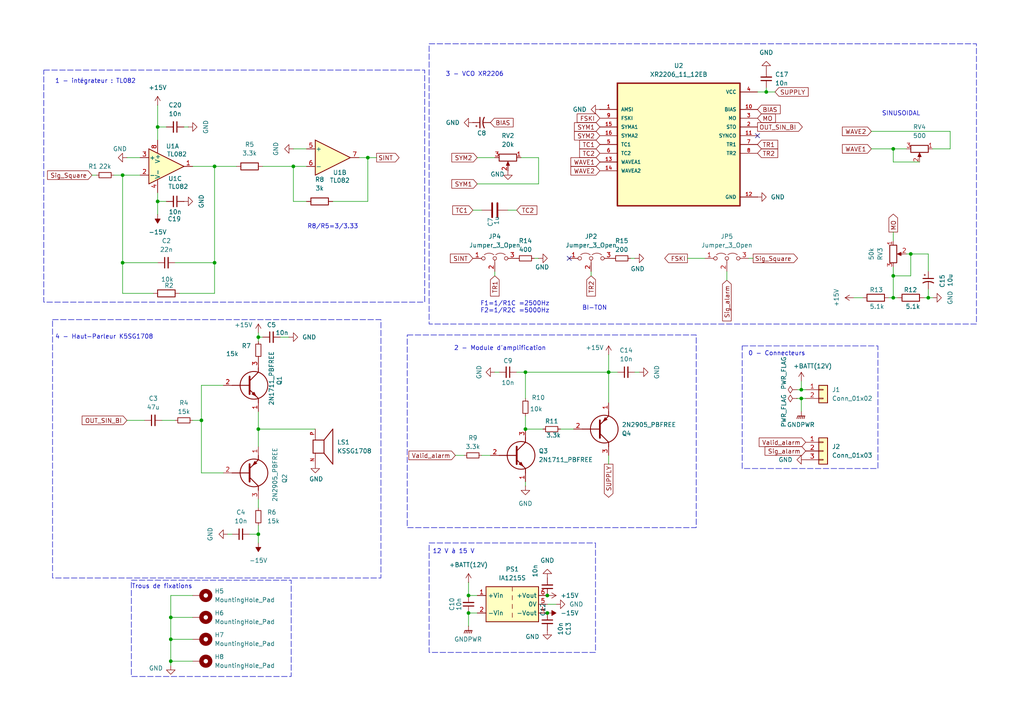
<source format=kicad_sch>
(kicad_sch (version 20250114) (generator "eeschema") (generator_version "9.0")
  (paper "A4")
  (title_block (title "Alarme Laser - Sorties") (rev "V0") (company "ENSEA") (comment 1 "Ilias TALEB") (comment 2 "Mehdi KERD"))
  (lib_symbols
    (symbol "2N1711_PBFREE:2N1711_PBFREE" (pin_names (hide yes))
      (property "Reference" "Q" (at 13.97 1.27 0))
      (property "Value" "2N1711_PBFREE" (at 13.97 -1.27 0))
      (symbol "2N1711_PBFREE_1_1"
        (pin passive line (at 0 0 0) (length 2.54) (name "B") (number "2"))
        (pin passive line (at 10.16 7.62 270) (length 2.54) (name "C") (number "3"))
        (pin passive line (at 10.16 -7.62 90) (length 2.54) (name "E") (number "1"))
      )
    )
    (symbol "2N2905_PBFREE:2N2905_PBFREE" (pin_names (hide yes))
      (property "Reference" "Q" (at 13.97 1.27 0))
      (property "Value" "2N2905_PBFREE" (at 13.97 -1.27 0))
      (symbol "2N2905_PBFREE_1_1"
        (pin passive line (at 0 0 0) (length 2.54) (name "B") (number "2"))
        (pin passive line (at 10.16 7.62 270) (length 2.54) (name "C") (number "3"))
        (pin passive line (at 10.16 -7.62 90) (length 2.54) (name "E") (number "1"))
      )
    )
    (symbol "Amplifier_Operational:TL082" (pin_names (offset 0.127))
      (property "Reference" "U" (at 0 5.08 0))
      (property "Value" "TL082" (at 0 -5.08 0))
      (symbol "TL082_1_1"
        (pin input line (at -7.62 2.54 0) (length 2.54) (name "+") (number "3"))
        (pin input line (at -7.62 -2.54 0) (length 2.54) (name "-") (number "2"))
        (pin output line (at 7.62 0 180) (length 2.54) (name "~") (number "1"))
      )
      (symbol "TL082_2_1"
        (pin input line (at -7.62 2.54 0) (length 2.54) (name "+") (number "5"))
        (pin input line (at -7.62 -2.54 0) (length 2.54) (name "-") (number "6"))
        (pin output line (at 7.62 0 180) (length 2.54) (name "~") (number "7"))
      )
      (symbol "TL082_3_1"
        (pin power_in line (at -2.54 7.62 270) (length 3.81) (name "V+") (number "8"))
        (pin power_in line (at -2.54 -7.62 90) (length 3.81) (name "V-") (number "4"))
      )
    )
    (symbol "Connector_Generic:Conn_01x02" (pin_names (offset 1.016) (hide yes))
      (property "Reference" "J" (at 0 2.54 0))
      (property "Value" "Conn_01x02" (at 0 -5.08 0))
      (symbol "Conn_01x02_1_1"
        (pin passive line (at -5.08 0 0) (length 3.81) (name "Pin_1") (number "1"))
        (pin passive line (at -5.08 -2.54 0) (length 3.81) (name "Pin_2") (number "2"))
      )
    )
    (symbol "Connector_Generic:Conn_01x03" (pin_names (offset 1.016) (hide yes))
      (property "Reference" "J" (at 0 5.08 0))
      (property "Value" "Conn_01x03" (at 0 -5.08 0))
      (symbol "Conn_01x03_1_1"
        (pin passive line (at -5.08 2.54 0) (length 3.81) (name "Pin_1") (number "1"))
        (pin passive line (at -5.08 0 0) (length 3.81) (name "Pin_2") (number "2"))
        (pin passive line (at -5.08 -2.54 0) (length 3.81) (name "Pin_3") (number "3"))
      )
    )
    (symbol "Converter_DCDC:IA1215S"
      (property "Reference" "PS" (at -7.62 6.35 0))
      (property "Value" "IA1215S" (at 1.27 6.35 0))
      (symbol "IA1215S_0_0"
        (pin power_in line (at -10.16 2.54 0) (length 2.54) (name "+Vin") (number "1"))
        (pin power_in line (at -10.16 -2.54 0) (length 2.54) (name "-Vin") (number "2"))
        (pin power_out line (at 10.16 2.54 180) (length 2.54) (name "+Vout") (number "6"))
        (pin power_out line (at 10.16 0 180) (length 2.54) (name "0V") (number "5"))
        (pin power_out line (at 10.16 -2.54 180) (length 2.54) (name "-Vout") (number "4"))
      )
    )
    (symbol "Device:C" (pin_numbers (hide yes)) (pin_names (offset 0.254))
      (property "Reference" "C" (at 0.635 2.54 0))
      (property "Value" "C" (at 0.635 -2.54 0))
      (symbol "C_1_1"
        (pin passive line (at 0 3.81 270) (length 2.794) (name "~") (number "1"))
        (pin passive line (at 0 -3.81 90) (length 2.794) (name "~") (number "2"))
      )
    )
    (symbol "Device:C_Polarized_Small_US" (pin_numbers (hide yes)) (pin_names (offset 0.254) (hide yes))
      (property "Reference" "C" (at 0.254 1.778 0))
      (property "Value" "C_Polarized_Small_US" (at 0.254 -2.032 0))
      (symbol "C_Polarized_Small_US_1_1"
        (pin passive line (at 0 2.54 270) (length 2.032) (name "~") (number "1"))
        (pin passive line (at 0 -2.54 90) (length 2.032) (name "~") (number "2"))
      )
    )
    (symbol "Device:C_Small" (pin_numbers (hide yes)) (pin_names (offset 0.254) (hide yes))
      (property "Reference" "C" (at 0.254 1.778 0))
      (property "Value" "C_Small" (at 0.254 -2.032 0))
      (symbol "C_Small_1_1"
        (pin passive line (at 0 2.54 270) (length 2.032) (name "~") (number "1"))
        (pin passive line (at 0 -2.54 90) (length 2.032) (name "~") (number "2"))
      )
    )
    (symbol "Device:R" (pin_numbers (hide yes)) (pin_names (offset 0))
      (property "Reference" "R" (at 2.032 0 90))
      (property "Value" "R" (at 0 0 90))
      (symbol "R_1_1"
        (pin passive line (at 0 3.81 270) (length 1.27) (name "~") (number "1"))
        (pin passive line (at 0 -3.81 90) (length 1.27) (name "~") (number "2"))
      )
    )
    (symbol "Device:R_Potentiometer" (pin_names (offset 1.016) (hide yes))
      (property "Reference" "RV" (at -4.445 0 90))
      (property "Value" "R_Potentiometer" (at -2.54 0 90))
      (symbol "R_Potentiometer_1_1"
        (pin passive line (at 0 3.81 270) (length 1.27) (name "1") (number "1"))
        (pin passive line (at 0 -3.81 90) (length 1.27) (name "3") (number "3"))
        (pin passive line (at 3.81 0 180) (length 1.27) (name "2") (number "2"))
      )
    )
    (symbol "Device:R_Small" (pin_numbers (hide yes)) (pin_names (offset 0.254) (hide yes))
      (property "Reference" "R" (at 0.762 0.508 0))
      (property "Value" "R_Small" (at 0.762 -1.016 0))
      (symbol "R_Small_1_1"
        (pin passive line (at 0 2.54 270) (length 0.762) (name "~") (number "1"))
        (pin passive line (at 0 -2.54 90) (length 0.762) (name "~") (number "2"))
      )
    )
    (symbol "Jumper:Jumper_3_Open" (pin_names (offset 0) (hide yes)) (exclude_from_sim yes) (in_bom no)
      (property "Reference" "JP" (at -2.54 -2.54 0))
      (property "Value" "Jumper_3_Open" (at 0 2.794 0))
      (symbol "Jumper_3_Open_1_1"
        (pin passive line (at -6.35 0 0) (length 2.54) (name "A") (number "1"))
        (pin passive line (at 0 -3.81 90) (length 2.54) (name "C") (number "2"))
        (pin passive line (at 6.35 0 180) (length 2.54) (name "B") (number "3"))
      )
    )
    (symbol "KSSG1708:KSSG1708" (pin_names (offset 1.016))
      (property "Reference" "LS" (at -1.27 6.35 0))
      (property "Value" "KSSG1708" (at -1.27 -8.255 0))
      (symbol "KSSG1708_0_0"
        (pin passive line (at -2.54 5.08 270) (length 2.54) (name "~") (number "P"))
        (pin passive line (at -2.54 -5.08 90) (length 2.54) (name "~") (number "N"))
      )
    )
    (symbol "Mechanical:MountingHole_Pad" (pin_numbers (hide yes)) (pin_names (offset 1.016) (hide yes)) (exclude_from_sim yes) (in_bom no)
      (property "Reference" "H" (at 0 6.35 0))
      (property "Value" "MountingHole_Pad" (at 0 4.445 0))
      (symbol "MountingHole_Pad_1_1"
        (pin input line (at 0 -2.54 90) (length 2.54) (name "1") (number "1"))
      )
    )
    (symbol "XR2206_11_12EB:XR2206_11_12EB" (pin_names (offset 1.016))
      (property "Reference" "U3" (at 0 22.86 0))
      (property "Value" "XR2206_11_12EB" (at 0 20.32 0))
      (symbol "XR2206_11_12EB_0_0"
        (pin input line (at -22.86 10.16 0) (length 5.08) (name "AMSI") (number "1"))
        (pin input line (at -22.86 7.62 0) (length 5.08) (name "FSKI") (number "9"))
        (pin input line (at -22.86 5.08 0) (length 5.08) (name "SYMA1") (number "15"))
        (pin input line (at -22.86 2.54 0) (length 5.08) (name "SYMA2") (number "16"))
        (pin input line (at -22.86 0 0) (length 5.08) (name "TC1") (number "5"))
        (pin input line (at -22.86 -2.54 0) (length 5.08) (name "TC2") (number "6"))
        (pin input line (at -22.86 -5.08 0) (length 5.08) (name "WAVEA1") (number "13"))
        (pin input line (at -22.86 -7.62 0) (length 5.08) (name "WAVEA2") (number "14"))
        (pin power_in line (at 22.86 15.24 180) (length 5.08) (name "VCC") (number "4"))
        (pin output line (at 22.86 10.16 180) (length 5.08) (name "BIAS") (number "10"))
        (pin output line (at 22.86 7.62 180) (length 5.08) (name "MO") (number "3"))
        (pin output line (at 22.86 5.08 180) (length 5.08) (name "STO") (number "2"))
        (pin output line (at 22.86 2.54 180) (length 5.08) (name "SYNCO") (number "11"))
        (pin output line (at 22.86 0 180) (length 5.08) (name "TR1") (number "7"))
        (pin power_in line (at 22.86 -15.24 180) (length 5.08) (name "GND") (number "12"))
      )
      (symbol "XR2206_11_12EB_1_0"
        (pin output line (at 22.86 -2.54 180) (length 5.08) (name "TR2") (number "8"))
      )
    )
    (symbol "power:+15V" (power) (pin_numbers (hide yes)) (pin_names (offset 0) (hide yes))
      (property "Value" "+15V" (at 0 3.556 0))
      (symbol "+15V_1_1"
        (pin power_in line (at 0 0 90) (length 0) (name "~") (number "1"))
      )
    )
    (symbol "power:+BATT" (power) (pin_numbers (hide yes)) (pin_names (offset 0) (hide yes))
      (property "Value" "+BATT" (at 0 3.556 0))
      (symbol "+BATT_1_1"
        (pin power_in line (at 0 0 90) (length 0) (name "~") (number "1"))
      )
    )
    (symbol "power:-15V" (power) (pin_numbers (hide yes)) (pin_names (offset 0) (hide yes))
      (property "Value" "-15V" (at 0 3.556 0))
      (symbol "-15V_0_0"
        (pin power_in line (at 0 0 90) (length 0) (name "~") (number "1"))
      )
    )
    (symbol "power:GND" (power) (pin_numbers (hide yes)) (pin_names (offset 0) (hide yes))
      (property "Value" "GND" (at 0 -3.81 0))
      (symbol "GND_1_1"
        (pin power_in line (at 0 0 270) (length 0) (name "~") (number "1"))
      )
    )
    (symbol "power:GNDPWR" (power) (pin_numbers (hide yes)) (pin_names (offset 0) (hide yes))
      (property "Value" "GNDPWR" (at 0 -3.302 0))
      (symbol "GNDPWR_1_1"
        (pin power_in line (at 0 0 270) (length 0) (name "~") (number "1"))
      )
    )
    (symbol "power:PWR_FLAG" (power) (pin_numbers (hide yes)) (pin_names (offset 0) (hide yes))
      (property "Value" "PWR_FLAG" (at 0 3.81 0))
      (symbol "PWR_FLAG_0_0"
        (pin power_out line (at 0 0 90) (length 0) (name "~") (number "1"))
      )
    )
  )
  (rectangle (start 118.11 97.155) (end 201.93 153.035) (stroke (width 0) (type dash)))
  (rectangle (start 38.1 168.275) (end 84.455 196.215) (stroke (width 0) (type dash)))
  (rectangle (start 15.24 92.71) (end 110.49 167.64) (stroke (width 0) (type dash)))
  (rectangle (start 12.7 20.32) (end 123.19 87.63) (stroke (width 0) (type dash)))
  (rectangle (start 215.265 100.33) (end 254.635 135.89) (stroke (width 0) (type dash)))
  (rectangle (start 124.46 12.7) (end 283.21 93.98) (stroke (width 0) (type dash)))
  (rectangle (start 124.46 157.48) (end 172.72 189.23) (stroke (width 0) (type dash)))
  (text "BI-TON\n" (at 172.466 89.408 0) (effects (font (size 1.27 1.27))))
  (text "R8/R5=3/3.33\n" (at 96.52 65.786 0) (effects (font (size 1.27 1.27))))
  (text "F1=1/R1C =2500Hz\nF2=1/R2C =5000Hz\n" (at 149.352 89.154 0) (effects (font (size 1.27 1.27))))
  (text "SINUSOIDAL\n" (at 261.366 33.02 0) (effects (font (size 1.27 1.27))))
  (text "3 - VCO XR2206\n" (at 137.668 21.59 0) (effects (font (size 1.27 1.27))))
  (text "1 - intégrateur : TL082\n" (at 27.686 23.622 0) (effects (font (size 1.27 1.27))))
  (text "0 - Connecteurs\n" (at 225.298 102.616 0) (effects (font (size 1.27 1.27))))
  (text "Trous de fixations" (at 46.99 170.18 0) (effects (font (size 1.27 1.27))))
  (text "4 - Haut-Parleur K5SG1708\n" (at 30.226 97.79 0) (effects (font (size 1.27 1.27))))
  (text "2 - Module d'amplification\n" (at 145.034 101.092 0) (effects (font (size 1.27 1.27))))
  (text "12 V à 15 V\n" (at 131.572 160.02 0) (effects (font (size 1.27 1.27))))
  (junction (at 259.08 43.18))
  (junction (at 222.25 26.67))
  (junction (at 232.41 113.03))
  (junction (at 45.72 36.83))
  (junction (at 58.42 121.92))
  (junction (at 106.68 45.72))
  (junction (at 49.53 185.42))
  (junction (at 49.53 179.07))
  (junction (at 49.53 191.77))
  (junction (at 62.23 76.2))
  (junction (at 158.75 177.8))
  (junction (at 176.53 107.95))
  (junction (at 35.56 76.2))
  (junction (at 259.08 86.36))
  (junction (at 259.08 80.01))
  (junction (at 35.56 50.8))
  (junction (at 62.23 48.26))
  (junction (at 74.93 154.94))
  (junction (at 74.93 124.46))
  (junction (at 85.09 48.26))
  (junction (at 232.41 115.57))
  (junction (at 135.89 172.72))
  (junction (at 152.4 124.46))
  (junction (at 269.24 86.36))
  (junction (at 158.75 172.72))
  (junction (at 135.89 177.8))
  (junction (at 152.4 107.95))
  (junction (at 74.93 97.79))
  (junction (at 264.16 73.66))
  (junction (at 45.72 58.42))
  (no_connect (at 219.71 39.37))
  (no_connect (at 165.1 74.93))
  (wire (pts (xy 232.41 113.03) (xy 233.68 113.03)))
  (wire (pts (xy 40.64 50.8) (xy 35.56 50.8)))
  (wire (pts (xy 66.04 154.94) (xy 67.31 154.94)))
  (wire (pts (xy 36.83 45.72) (xy 40.64 45.72)))
  (wire (pts (xy 262.89 43.18) (xy 259.08 43.18)))
  (wire (pts (xy 162.56 124.46) (xy 166.37 124.46)))
  (wire (pts (xy 259.08 80.01) (xy 259.08 86.36)))
  (wire (pts (xy 74.93 124.46) (xy 91.44 124.46)))
  (wire (pts (xy 76.2 48.26) (xy 85.09 48.26)))
  (wire (pts (xy 156.21 45.72) (xy 151.13 45.72)))
  (wire (pts (xy 275.59 38.1) (xy 275.59 43.18)))
  (wire (pts (xy 259.08 43.18) (xy 252.73 43.18)))
  (wire (pts (xy 176.53 132.08) (xy 176.53 134.62)))
  (wire (pts (xy 46.99 121.92) (xy 50.8 121.92)))
  (wire (pts (xy 132.08 132.08) (xy 134.62 132.08)))
  (wire (pts (xy 55.88 121.92) (xy 58.42 121.92)))
  (wire (pts (xy 156.21 74.93) (xy 154.94 74.93)))
  (wire (pts (xy 74.93 96.52) (xy 74.93 97.79)))
  (wire (pts (xy 55.88 179.07) (xy 49.53 179.07)))
  (wire (pts (xy 109.22 45.72) (xy 106.68 45.72)))
  (wire (pts (xy 161.29 175.26) (xy 158.75 175.26)))
  (wire (pts (xy 45.72 58.42) (xy 45.72 55.88)))
  (wire (pts (xy 83.82 97.79) (xy 81.28 97.79)))
  (wire (pts (xy 156.21 45.72) (xy 156.21 53.34)))
  (wire (pts (xy 259.08 46.99) (xy 259.08 43.18)))
  (wire (pts (xy 74.93 147.32) (xy 74.93 144.78)))
  (wire (pts (xy 143.51 107.95) (xy 144.78 107.95)))
  (wire (pts (xy 232.41 113.03) (xy 232.41 110.49)))
  (wire (pts (xy 85.09 48.26) (xy 85.09 58.42)))
  (wire (pts (xy 156.21 53.34) (xy 138.43 53.34)))
  (wire (pts (xy 54.61 36.83) (xy 53.34 36.83)))
  (wire (pts (xy 135.89 177.8) (xy 138.43 177.8)))
  (wire (pts (xy 269.24 86.36) (xy 267.97 86.36)))
  (wire (pts (xy 139.7 60.96) (xy 137.16 60.96)))
  (wire (pts (xy 55.88 185.42) (xy 49.53 185.42)))
  (wire (pts (xy 184.15 74.93) (xy 182.88 74.93)))
  (wire (pts (xy 49.53 185.42) (xy 49.53 191.77)))
  (wire (pts (xy 50.8 76.2) (xy 62.23 76.2)))
  (wire (pts (xy 260.35 86.36) (xy 259.08 86.36)))
  (wire (pts (xy 74.93 119.38) (xy 74.93 124.46)))
  (wire (pts (xy 74.93 157.48) (xy 74.93 154.94)))
  (wire (pts (xy 33.02 50.8) (xy 35.56 50.8)))
  (wire (pts (xy 222.25 26.67) (xy 222.25 25.4)))
  (wire (pts (xy 218.44 74.93) (xy 217.17 74.93)))
  (wire (pts (xy 55.88 172.72) (xy 49.53 172.72)))
  (wire (pts (xy 171.45 78.74) (xy 171.45 80.01)))
  (wire (pts (xy 176.53 102.87) (xy 176.53 107.95)))
  (wire (pts (xy 231.14 113.03) (xy 232.41 113.03)))
  (wire (pts (xy 48.26 58.42) (xy 45.72 58.42)))
  (wire (pts (xy 210.82 81.28) (xy 210.82 78.74)))
  (wire (pts (xy 264.16 73.66) (xy 264.16 80.01)))
  (wire (pts (xy 35.56 85.09) (xy 44.45 85.09)))
  (wire (pts (xy 266.7 46.99) (xy 259.08 46.99)))
  (wire (pts (xy 85.09 43.18) (xy 88.9 43.18)))
  (wire (pts (xy 49.53 179.07) (xy 49.53 185.42)))
  (wire (pts (xy 270.51 86.36) (xy 269.24 86.36)))
  (wire (pts (xy 152.4 124.46) (xy 157.48 124.46)))
  (wire (pts (xy 62.23 48.26) (xy 62.23 76.2)))
  (wire (pts (xy 41.91 121.92) (xy 36.83 121.92)))
  (wire (pts (xy 259.08 80.01) (xy 264.16 80.01)))
  (wire (pts (xy 135.89 172.72) (xy 138.43 172.72)))
  (wire (pts (xy 85.09 48.26) (xy 88.9 48.26)))
  (wire (pts (xy 72.39 154.94) (xy 74.93 154.94)))
  (wire (pts (xy 49.53 191.77) (xy 49.53 193.04)))
  (wire (pts (xy 62.23 85.09) (xy 52.07 85.09)))
  (wire (pts (xy 152.4 107.95) (xy 176.53 107.95)))
  (wire (pts (xy 74.93 129.54) (xy 74.93 124.46)))
  (wire (pts (xy 152.4 120.65) (xy 152.4 124.46)))
  (wire (pts (xy 142.24 132.08) (xy 139.7 132.08)))
  (wire (pts (xy 45.72 76.2) (xy 35.56 76.2)))
  (wire (pts (xy 152.4 107.95) (xy 152.4 115.57)))
  (wire (pts (xy 62.23 48.26) (xy 55.88 48.26)))
  (wire (pts (xy 269.24 78.74) (xy 269.24 73.66)))
  (wire (pts (xy 58.42 137.16) (xy 64.77 137.16)))
  (wire (pts (xy 45.72 30.48) (xy 45.72 36.83)))
  (wire (pts (xy 45.72 36.83) (xy 45.72 40.64)))
  (wire (pts (xy 232.41 115.57) (xy 233.68 115.57)))
  (wire (pts (xy 74.93 154.94) (xy 74.93 152.4)))
  (wire (pts (xy 269.24 73.66) (xy 264.16 73.66)))
  (wire (pts (xy 275.59 43.18) (xy 270.51 43.18)))
  (wire (pts (xy 259.08 86.36) (xy 257.81 86.36)))
  (wire (pts (xy 58.42 111.76) (xy 64.77 111.76)))
  (wire (pts (xy 45.72 62.23) (xy 45.72 58.42)))
  (wire (pts (xy 135.89 181.61) (xy 135.89 177.8)))
  (wire (pts (xy 55.88 191.77) (xy 49.53 191.77)))
  (wire (pts (xy 185.42 107.95) (xy 184.15 107.95)))
  (wire (pts (xy 149.86 60.96) (xy 147.32 60.96)))
  (wire (pts (xy 58.42 111.76) (xy 58.42 121.92)))
  (wire (pts (xy 76.2 97.79) (xy 74.93 97.79)))
  (wire (pts (xy 231.14 115.57) (xy 232.41 115.57)))
  (wire (pts (xy 259.08 67.31) (xy 259.08 69.85)))
  (wire (pts (xy 88.9 58.42) (xy 85.09 58.42)))
  (wire (pts (xy 106.68 45.72) (xy 104.14 45.72)))
  (wire (pts (xy 35.56 76.2) (xy 35.56 85.09)))
  (wire (pts (xy 152.4 139.7) (xy 152.4 140.97)))
  (wire (pts (xy 96.52 58.42) (xy 106.68 58.42)))
  (wire (pts (xy 232.41 119.38) (xy 232.41 115.57)))
  (wire (pts (xy 199.39 74.93) (xy 204.47 74.93)))
  (wire (pts (xy 264.16 73.66) (xy 262.89 73.66)))
  (wire (pts (xy 222.25 26.67) (xy 224.79 26.67)))
  (wire (pts (xy 149.86 107.95) (xy 152.4 107.95)))
  (wire (pts (xy 106.68 58.42) (xy 106.68 45.72)))
  (wire (pts (xy 247.65 86.36) (xy 250.19 86.36)))
  (wire (pts (xy 252.73 38.1) (xy 275.59 38.1)))
  (wire (pts (xy 68.58 48.26) (xy 62.23 48.26)))
  (wire (pts (xy 135.89 168.91) (xy 135.89 172.72)))
  (wire (pts (xy 179.07 107.95) (xy 176.53 107.95)))
  (wire (pts (xy 259.08 77.47) (xy 259.08 80.01)))
  (wire (pts (xy 269.24 83.82) (xy 269.24 86.36)))
  (wire (pts (xy 48.26 36.83) (xy 45.72 36.83)))
  (wire (pts (xy 58.42 137.16) (xy 58.42 121.92)))
  (wire (pts (xy 176.53 107.95) (xy 176.53 116.84)))
  (wire (pts (xy 49.53 172.72) (xy 49.53 179.07)))
  (wire (pts (xy 35.56 50.8) (xy 35.56 76.2)))
  (wire (pts (xy 26.67 50.8) (xy 27.94 50.8)))
  (wire (pts (xy 219.71 26.67) (xy 222.25 26.67)))
  (wire (pts (xy 143.51 80.01) (xy 143.51 78.74)))
  (wire (pts (xy 62.23 76.2) (xy 62.23 85.09)))
  (wire (pts (xy 74.93 97.79) (xy 74.93 99.06)))
  (wire (pts (xy 138.43 45.72) (xy 143.51 45.72)))
  (global_label "OUT_SIN_BI" (shape output) (at 219.71 36.83 0) (property "Intersheetrefs" "${INTERSHEET_REFS}" (effects (hide yes))))
  (global_label "SUPPLY" (shape output) (at 176.53 134.62 270) (property "Intersheetrefs" "${INTERSHEET_REFS}" (effects (hide yes))))
  (global_label "BIAS" (shape input) (at 219.71 31.75 0) (property "Intersheetrefs" "${INTERSHEET_REFS}" (effects (hide yes))))
  (global_label "Sig_Square" (shape output) (at 218.44 74.93 0) (property "Intersheetrefs" "${INTERSHEET_REFS}" (effects (hide yes))))
  (global_label "TC1" (shape input) (at 137.16 60.96 180) (property "Intersheetrefs" "${INTERSHEET_REFS}" (effects (hide yes))))
  (global_label "WAVE1" (shape input) (at 252.73 43.18 180) (property "Intersheetrefs" "${INTERSHEET_REFS}" (effects (hide yes))))
  (global_label "SYM1" (shape input) (at 138.43 53.34 180) (property "Intersheetrefs" "${INTERSHEET_REFS}" (effects (hide yes))))
  (global_label "FSKI" (shape output) (at 199.39 74.93 180) (property "Intersheetrefs" "${INTERSHEET_REFS}" (effects (hide yes))))
  (global_label "SYM2" (shape input) (at 138.43 45.72 180) (property "Intersheetrefs" "${INTERSHEET_REFS}" (effects (hide yes))))
  (global_label "WAVE2" (shape input) (at 252.73 38.1 180) (property "Intersheetrefs" "${INTERSHEET_REFS}" (effects (hide yes))))
  (global_label "Sig_alarm" (shape input) (at 233.68 130.81 180) (property "Intersheetrefs" "${INTERSHEET_REFS}" (effects (hide yes))))
  (global_label "WAVE1" (shape input) (at 173.99 46.99 180) (property "Intersheetrefs" "${INTERSHEET_REFS}" (effects (hide yes))))
  (global_label "Valid_alarm" (shape input) (at 233.68 128.27 180) (property "Intersheetrefs" "${INTERSHEET_REFS}" (effects (hide yes))))
  (global_label "FSKI" (shape input) (at 173.99 34.29 180) (property "Intersheetrefs" "${INTERSHEET_REFS}" (effects (hide yes))))
  (global_label "SUPPLY" (shape input) (at 224.79 26.67 0) (property "Intersheetrefs" "${INTERSHEET_REFS}" (effects (hide yes))))
  (global_label "MO" (shape output) (at 259.08 67.31 90) (property "Intersheetrefs" "${INTERSHEET_REFS}" (effects (hide yes))))
  (global_label "TR2" (shape input) (at 219.71 44.45 0) (property "Intersheetrefs" "${INTERSHEET_REFS}" (effects (hide yes))))
  (global_label "TC1" (shape input) (at 173.99 41.91 180) (property "Intersheetrefs" "${INTERSHEET_REFS}" (effects (hide yes))))
  (global_label "Valid_alarm" (shape input) (at 132.08 132.08 180) (property "Intersheetrefs" "${INTERSHEET_REFS}" (effects (hide yes))))
  (global_label "TR1" (shape input) (at 143.51 80.01 270) (property "Intersheetrefs" "${INTERSHEET_REFS}" (effects (hide yes))))
  (global_label "SINT" (shape input) (at 137.16 74.93 180) (property "Intersheetrefs" "${INTERSHEET_REFS}" (effects (hide yes))))
  (global_label "TC2" (shape input) (at 173.99 44.45 180) (property "Intersheetrefs" "${INTERSHEET_REFS}" (effects (hide yes))))
  (global_label "Sig_Square" (shape input) (at 26.67 50.8 180) (property "Intersheetrefs" "${INTERSHEET_REFS}" (effects (hide yes))))
  (global_label "SYM1" (shape input) (at 173.99 36.83 180) (property "Intersheetrefs" "${INTERSHEET_REFS}" (effects (hide yes))))
  (global_label "SYM2" (shape input) (at 173.99 39.37 180) (property "Intersheetrefs" "${INTERSHEET_REFS}" (effects (hide yes))))
  (global_label "OUT_SIN_BI" (shape input) (at 36.83 121.92 180) (property "Intersheetrefs" "${INTERSHEET_REFS}" (effects (hide yes))))
  (global_label "Sig_alarm" (shape input) (at 210.82 81.28 270) (property "Intersheetrefs" "${INTERSHEET_REFS}" (effects (hide yes))))
  (global_label "MO" (shape input) (at 219.71 34.29 0) (property "Intersheetrefs" "${INTERSHEET_REFS}" (effects (hide yes))))
  (global_label "TC2" (shape input) (at 149.86 60.96 0) (property "Intersheetrefs" "${INTERSHEET_REFS}" (effects (hide yes))))
  (global_label "TR2" (shape input) (at 171.45 80.01 270) (property "Intersheetrefs" "${INTERSHEET_REFS}" (effects (hide yes))))
  (global_label "SINT" (shape output) (at 109.22 45.72 0) (property "Intersheetrefs" "${INTERSHEET_REFS}" (effects (hide yes))))
  (global_label "TR1" (shape input) (at 219.71 41.91 0) (property "Intersheetrefs" "${INTERSHEET_REFS}" (effects (hide yes))))
  (global_label "BIAS" (shape input) (at 142.24 35.56 0) (property "Intersheetrefs" "${INTERSHEET_REFS}" (effects (hide yes))))
  (global_label "WAVE2" (shape input) (at 173.99 49.53 180) (property "Intersheetrefs" "${INTERSHEET_REFS}" (effects (hide yes))))
  (symbol (lib_id "power:GND") (at 161.29 175.26 90) (unit 1)
    (property "Reference" "#PWR027" (effects (hide yes)))
    (property "Value" "GND" (at 165.1 175.2599 90) (effects (justify right)))
    (property "Description" "Power symbol creates a global label with name \"GND\" , ground" (effects (hide yes)))
  )
  (symbol (lib_id "Device:C_Small") (at 50.8 58.42 270) (unit 1)
    (property "Reference" "C19" (at 50.546 63.5 90))
    (property "Value" "10n" (at 50.8 61.468 90))
    (property "Footprint" "Capacitor_THT:CP_Radial_Tantal_D4.5mm_P5.00mm" (effects (hide yes)))
    (property "Description" "Unpolarized capacitor, small symbol" (effects (hide yes)))
  )
  (symbol (lib_id "Converter_DCDC:IA1215S") (at 148.59 175.26 0) (unit 1)
    (property "Reference" "PS1" (at 148.59 165.1 0))
    (property "Value" "IA1215S" (at 148.59 167.64 0))
    (property "Footprint" "Converter_DCDC:Converter_DCDC_XP_POWER-IAxxxxS_THT" (effects (hide yes)))
    (property "Datasheet" "https://www.xppower.com/pdfs/SF_IA.pdf" (effects (hide yes)))
    (property "Description" "XP Power 1W, 1000 VDC Isolated DC/DC Converter Module, Dual Output Voltage ±15V, ±33mA, 12V Input Voltage, SIP" (effects (hide yes)))
  )
  (symbol (lib_id "2N1711_PBFREE:2N1711_PBFREE") (at 142.24 132.08 0) (unit 1)
    (property "Reference" "Q3" (at 156.21 130.8099 0) (effects (justify left)))
    (property "Value" "2N1711_PBFREE" (at 156.21 133.3499 0) (effects (justify left)))
    (property "Footprint" "footprints.pretty (fin empreinte):TO39" (effects (hide yes)))
    (property "Datasheet" "https://my.centralsemi.com/datasheets/2N1711.PDF" (effects (hide yes)))
    (property "Description" "Trans GP BJT NPN 50V 0.5A 800mW 3-Pin TO-39" (effects (hide yes)))
    (property "Height" "6.6" (effects (hide yes)))
    (property "Mouser Part Number" "610-2N1711" (effects (hide yes)))
    (property "Mouser Price/Stock" "https://www.mouser.co.uk/ProductDetail/Central-Semiconductor/2N1711-PBFREE?qs=u16ybLDytRYVPzhcafNADQ%3D%3D" (effects (hide yes)))
    (property "Manufacturer_Name" "Central Semiconductor" (effects (hide yes)))
    (property "Manufacturer_Part_Number" "2N1711 PBFREE" (effects (hide yes)))
  )
  (symbol (lib_id "Device:C_Small") (at 181.61 107.95 90) (unit 1)
    (property "Reference" "C14" (at 181.6163 101.6 90))
    (property "Value" "10n" (at 181.6163 104.14 90))
    (property "Footprint" "Capacitor_THT:CP_Radial_Tantal_D4.5mm_P5.00mm" (effects (hide yes)))
    (property "Description" "Unpolarized capacitor, small symbol" (effects (hide yes)))
  )
  (symbol (lib_id "Mechanical:MountingHole_Pad") (at 58.42 185.42 270) (unit 1) (exclude_from_sim yes) (in_bom no)
    (property "Reference" "H7" (at 62.23 184.1499 90) (effects (justify left)))
    (property "Value" "MountingHole_Pad" (at 62.23 186.6899 90) (effects (justify left)))
    (property "Footprint" "MountingHole:MountingHole_3.2mm_M3_DIN965_Pad" (effects (hide yes)))
    (property "Description" "Mounting Hole with connection" (effects (hide yes)))
  )
  (symbol (lib_id "Device:R_Potentiometer") (at 147.32 45.72 270) (unit 1)
    (property "Reference" "RV2" (at 147.32 39.37 90))
    (property "Value" "20k" (at 147.32 41.91 90))
    (property "Footprint" "Potentiometer_THT:Potentiometer_ACP_CA9-H5_Horizontal" (effects (hide yes)))
    (property "Description" "Potentiometer" (effects (hide yes)))
  )
  (symbol (lib_id "power:GND") (at 184.15 74.93 90) (unit 1)
    (property "Reference" "#PWR048" (effects (hide yes)))
    (property "Value" "GND" (at 182.88 77.978 90) (effects (justify right)))
    (property "Description" "Power symbol creates a global label with name \"GND\" , ground" (effects (hide yes)))
  )
  (symbol (lib_id "Amplifier_Operational:TL082") (at 96.52 45.72 0) (unit 2)
    (property "Reference" "U1" (at 98.552 50.038 0))
    (property "Value" "TL082" (at 98.552 52.324 0))
    (property "Footprint" "KiCadALI:DIP794W53P254L959H508Q8N" (effects (hide yes)))
    (property "Datasheet" "http://www.ti.com/lit/ds/symlink/tl081.pdf" (effects (hide yes)))
    (property "Description" "Dual JFET-Input Operational Amplifiers, DIP-8/SOIC-8/SSOP-8" (effects (hide yes)))
  )
  (symbol (lib_id "Device:R_Small") (at 160.02 124.46 270) (unit 1)
    (property "Reference" "R11" (at 160.02 122.174 90))
    (property "Value" "3.3k" (at 160.528 126.238 90))
    (property "Footprint" "Resistor_THT:R_Axial_DIN0204_L3.6mm_D1.6mm_P2.54mm_Vertical" (effects (hide yes)))
    (property "Description" "Resistor, small symbol" (effects (hide yes)))
  )
  (symbol (lib_id "Device:C_Polarized_Small_US") (at 139.7 35.56 90) (unit 1)
    (property "Reference" "C8" (at 139.7 38.608 90))
    (property "Value" "10n" (effects (hide yes)))
    (property "Footprint" "Capacitor_THT:CP_Radial_Tantal_D4.5mm_P5.00mm" (effects (hide yes)))
    (property "Description" "Polarized capacitor, small US symbol" (effects (hide yes)))
  )
  (symbol (lib_id "Device:C_Polarized_Small_US") (at 269.24 81.28 0) (unit 1)
    (property "Reference" "C15" (at 273.304 81.534 90))
    (property "Value" "10u" (at 275.59 81.28 90))
    (property "Footprint" "Capacitor_THT:CP_Radial_Tantal_D4.5mm_P5.00mm" (effects (hide yes)))
    (property "Description" "Polarized capacitor, small US symbol" (effects (hide yes)))
  )
  (symbol (lib_id "power:+BATT") (at 135.89 168.91 0) (unit 1)
    (property "Reference" "#PWR020" (effects (hide yes)))
    (property "Value" "+BATT(12V)" (at 135.89 163.83 0))
    (property "Description" "Power symbol creates a global label with name \"+BATT\"" (effects (hide yes)))
  )
  (symbol (lib_id "Device:C_Small") (at 147.32 107.95 270) (unit 1)
    (property "Reference" "C9" (at 147.32 104.648 90))
    (property "Value" "10n" (at 147.32 110.998 90))
    (property "Footprint" "Capacitor_THT:CP_Radial_Tantal_D4.5mm_P5.00mm" (effects (hide yes)))
    (property "Description" "Unpolarized capacitor, small symbol" (effects (hide yes)))
  )
  (symbol (lib_id "power:+15V") (at 158.75 172.72 270) (unit 1)
    (property "Reference" "#PWR026" (effects (hide yes)))
    (property "Value" "+15V" (at 162.56 172.7199 90) (effects (justify left)))
    (property "Description" "Power symbol creates a global label with name \"+15V\"" (effects (hide yes)))
  )
  (symbol (lib_id "power:GND") (at 158.75 182.88 0) (unit 1)
    (property "Reference" "#PWR029" (effects (hide yes)))
    (property "Value" "GND" (at 154.432 184.658 0))
    (property "Description" "Power symbol creates a global label with name \"GND\" , ground" (effects (hide yes)))
  )
  (symbol (lib_id "power:+15V") (at 45.72 30.48 0) (unit 1)
    (property "Reference" "#PWR046" (effects (hide yes)))
    (property "Value" "+15V" (at 45.72 25.4 0))
    (property "Description" "Power symbol creates a global label with name \"+15V\"" (effects (hide yes)))
  )
  (symbol (lib_id "power:GND") (at 54.61 36.83 90) (unit 1)
    (property "Reference" "#PWR034" (effects (hide yes)))
    (property "Value" "GND" (at 59.69 36.83 0))
    (property "Description" "Power symbol creates a global label with name \"GND\" , ground" (effects (hide yes)))
  )
  (symbol (lib_id "Device:C_Small") (at 135.89 175.26 180) (unit 1)
    (property "Reference" "C10" (at 131.064 175.26 90))
    (property "Value" "10n" (at 133.096 175.26 90))
    (property "Footprint" "Capacitor_THT:CP_Radial_Tantal_D4.5mm_P5.00mm" (effects (hide yes)))
    (property "Description" "Unpolarized capacitor, small symbol" (effects (hide yes)))
  )
  (symbol (lib_id "Mechanical:MountingHole_Pad") (at 58.42 191.77 270) (unit 1) (exclude_from_sim yes) (in_bom no)
    (property "Reference" "H8" (at 62.23 190.4999 90) (effects (justify left)))
    (property "Value" "MountingHole_Pad" (at 62.23 193.0399 90) (effects (justify left)))
    (property "Footprint" "MountingHole:MountingHole_3.2mm_M3_DIN965_Pad" (effects (hide yes)))
    (property "Description" "Mounting Hole with connection" (effects (hide yes)))
  )
  (symbol (lib_id "KSSG1708:KSSG1708") (at 93.98 129.54 0) (unit 1)
    (property "Reference" "LS1" (at 97.79 128.2699 0) (effects (justify left)))
    (property "Value" "KSSG1708" (at 97.79 130.8099 0) (effects (justify left)))
    (property "Footprint" "KSSG1708:SPKR_KSSG1708" (effects (hide yes)))
    (property "MF" "Kingstate" (effects (hide yes)))
    (property "MAXIMUM_PACKAGE_HEIGHT" "8 mm" (effects (hide yes)))
    (property "Package" "None" (effects (hide yes)))
    (property "Price" "None" (effects (hide yes)))
    (property "Check_prices" "https://www.snapeda.com/parts/KSSG1708/Kingstate/view-part/?ref=eda" (effects (hide yes)))
    (property "STANDARD" "IPC 7351B" (effects (hide yes)))
    (property "PARTREV" "1.1" (effects (hide yes)))
    (property "SnapEDA_Link" "https://www.snapeda.com/parts/KSSG1708/Kingstate/view-part/?ref=snap" (effects (hide yes)))
    (property "MP" "KSSG1708" (effects (hide yes)))
    (property "Description_1" "Speaker 0.2W, 8Ω ,87 dB (SPL), 850Hz, Round Type" (effects (hide yes)))
    (property "Availability" "In Stock" (effects (hide yes)))
    (property "MANUFACTURER" "Kingstate" (effects (hide yes)))
  )
  (symbol (lib_id "Device:C_Small") (at 48.26 76.2 90) (unit 1)
    (property "Reference" "C2" (at 48.2663 69.85 90))
    (property "Value" "22n" (at 48.2663 72.39 90))
    (property "Footprint" "Capacitor_THT:CP_Radial_Tantal_D4.5mm_P5.00mm" (effects (hide yes)))
    (property "Description" "Unpolarized capacitor, small symbol" (effects (hide yes)))
  )
  (symbol (lib_id "power:GND") (at 143.51 107.95 270) (unit 1)
    (property "Reference" "#PWR015" (effects (hide yes)))
    (property "Value" "GND" (at 138.938 107.95 0))
    (property "Description" "Power symbol creates a global label with name \"GND\" , ground" (effects (hide yes)))
  )
  (symbol (lib_id "power:+15V") (at 74.93 96.52 0) (unit 1)
    (property "Reference" "#PWR08" (effects (hide yes)))
    (property "Value" "+15V" (at 70.612 94.234 0))
    (property "Description" "Power symbol creates a global label with name \"+15V\"" (effects (hide yes)))
  )
  (symbol (lib_id "power:GND") (at 66.04 154.94 270) (unit 1)
    (property "Reference" "#PWR06" (effects (hide yes)))
    (property "Value" "GND" (at 60.96 154.94 0))
    (property "Description" "Power symbol creates a global label with name \"GND\" , ground" (effects (hide yes)))
  )
  (symbol (lib_id "Device:C_Small") (at 50.8 36.83 270) (unit 1)
    (property "Reference" "C20" (at 50.7936 30.48 90))
    (property "Value" "10n" (at 50.7936 33.02 90))
    (property "Footprint" "Capacitor_THT:CP_Radial_Tantal_D4.5mm_P5.00mm" (effects (hide yes)))
    (property "Description" "Unpolarized capacitor, small symbol" (effects (hide yes)))
  )
  (symbol (lib_id "Device:R") (at 254 86.36 270) (unit 1)
    (property "Reference" "R13" (at 252.222 84.074 90) (effects (justify left)))
    (property "Value" "5.1k" (at 252.222 88.9 90) (effects (justify left)))
    (property "Footprint" "Resistor_THT:R_Axial_DIN0204_L3.6mm_D1.6mm_P2.54mm_Vertical" (effects (hide yes)))
    (property "Description" "Resistor" (effects (hide yes)))
  )
  (symbol (lib_id "power:GND") (at 147.32 49.53 0) (unit 1)
    (property "Reference" "#PWR016" (effects (hide yes)))
    (property "Value" "GND" (at 144.272 50.546 0))
    (property "Description" "Power symbol creates a global label with name \"GND\" , ground" (effects (hide yes)))
  )
  (symbol (lib_id "Device:R") (at 72.39 48.26 90) (unit 1)
    (property "Reference" "R5" (at 72.39 41.91 90))
    (property "Value" "3.3k" (at 72.39 44.45 90))
    (property "Footprint" "Resistor_THT:R_Axial_DIN0204_L3.6mm_D1.6mm_P2.54mm_Vertical" (effects (hide yes)))
    (property "Description" "Resistor" (effects (hide yes)))
  )
  (symbol (lib_id "power:-15V") (at 74.93 157.48 180) (unit 1)
    (property "Reference" "#PWR07" (effects (hide yes)))
    (property "Value" "-15V" (at 74.93 162.56 0))
    (property "Description" "Power symbol creates a global label with name \"-15V\"" (effects (hide yes)))
  )
  (symbol (lib_id "power:+15V") (at 247.65 86.36 90) (unit 1)
    (property "Reference" "#PWR036" (effects (hide yes)))
    (property "Value" "+15V" (at 242.57 86.36 0))
    (property "Description" "Power symbol creates a global label with name \"+15V\"" (effects (hide yes)))
  )
  (symbol (lib_id "Device:R_Small") (at 152.4 118.11 0) (unit 1)
    (property "Reference" "R10" (at 154.178 115.316 0) (effects (justify left)))
    (property "Value" "10k" (at 153.67 118.618 0) (effects (justify left)))
    (property "Footprint" "Resistor_THT:R_Axial_DIN0204_L3.6mm_D1.6mm_P2.54mm_Vertical" (effects (hide yes)))
    (property "Description" "Resistor, small symbol" (effects (hide yes)))
  )
  (symbol (lib_id "power:GND") (at 219.71 57.15 90) (unit 1)
    (property "Reference" "#PWR037" (effects (hide yes)))
    (property "Value" "GND" (at 223.52 57.1499 90) (effects (justify right)))
    (property "Description" "Power symbol creates a global label with name \"GND\" , ground" (effects (hide yes)))
  )
  (symbol (lib_id "Device:C_Small") (at 69.85 154.94 90) (unit 1)
    (property "Reference" "C4" (at 69.8563 148.59 90))
    (property "Value" "10n" (at 69.8563 151.13 90))
    (property "Footprint" "Capacitor_THT:CP_Radial_Tantal_D4.5mm_P5.00mm" (effects (hide yes)))
    (property "Description" "Unpolarized capacitor, small symbol" (effects (hide yes)))
  )
  (symbol (lib_id "Jumper:Jumper_3_Open") (at 143.51 74.93 0) (unit 1) (exclude_from_sim yes) (in_bom no)
    (property "Reference" "JP4" (at 143.51 68.58 0))
    (property "Value" "Jumper_3_Open" (at 143.51 71.12 0))
    (property "Footprint" "Connector_PinHeader_2.54mm:PinHeader_1x03_P2.54mm_Vertical" (effects (hide yes)))
    (property "Description" "Jumper, 3-pole, both open" (effects (hide yes)))
  )
  (symbol (lib_id "2N2905_PBFREE:2N2905_PBFREE") (at 64.77 137.16 0) (mirror x) (unit 1)
    (property "Reference" "Q2" (at 82.55 137.414 90) (effects (justify left)))
    (property "Value" "2N2905_PBFREE" (at 79.756 129.794 90) (effects (justify left)))
    (property "Footprint" "footprints.pretty (fin empreinte):TO39" (effects (hide yes)))
    (property "Datasheet" "https://my.centralsemi.com/get_document.php?cmp=1&mergetype=pd&mergepath=pd&pdf_id=2N2904-5A.PDF" (effects (hide yes)))
    (property "Description" "Bipolar Transistors - BJT PNP 60Vcbo 40Vceo 5.0Vebo 0.6A 0.8W" (effects (hide yes)))
    (property "Height" "6.6" (effects (hide yes)))
    (property "Mouser Part Number" "610-2N2905" (effects (hide yes)))
    (property "Mouser Price/Stock" "https://www.mouser.co.uk/ProductDetail/Central-Semiconductor/2N2905-PBFREE?qs=u16ybLDytRaNyUH4T19TvQ%3D%3D" (effects (hide yes)))
    (property "Manufacturer_Name" "Central Semiconductor" (effects (hide yes)))
    (property "Manufacturer_Part_Number" "2N2905 PBFREE" (effects (hide yes)))
  )
  (symbol (lib_id "power:GND") (at 270.51 86.36 90) (unit 1)
    (property "Reference" "#PWR039" (effects (hide yes)))
    (property "Value" "GND" (at 275.59 86.36 0))
    (property "Description" "Power symbol creates a global label with name \"GND\" , ground" (effects (hide yes)))
  )
  (symbol (lib_id "power:PWR_FLAG") (at 231.14 113.03 90) (unit 1)
    (property "Reference" "#FLG01" (effects (hide yes)))
    (property "Value" "PWR_FLAG" (at 227.33 113.0299 0) (effects (justify left)))
    (property "Description" "Special symbol for telling ERC where power comes from" (effects (hide yes)))
  )
  (symbol (lib_id "Device:C_Small") (at 222.25 22.86 180) (unit 1)
    (property "Reference" "C17" (at 224.79 21.5835 0) (effects (justify right)))
    (property "Value" "10n" (at 224.79 24.1235 0) (effects (justify right)))
    (property "Footprint" "Capacitor_THT:CP_Radial_Tantal_D4.5mm_P5.00mm" (effects (hide yes)))
    (property "Description" "Unpolarized capacitor, small symbol" (effects (hide yes)))
  )
  (symbol (lib_id "Amplifier_Operational:TL082") (at 48.26 48.26 0) (unit 1)
    (property "Reference" "U1" (at 50.038 42.418 0))
    (property "Value" "TL082" (at 51.308 44.704 0))
    (property "Footprint" "KiCadALI:DIP794W53P254L959H508Q8N" (effects (hide yes)))
    (property "Datasheet" "http://www.ti.com/lit/ds/symlink/tl081.pdf" (effects (hide yes)))
    (property "Description" "Dual JFET-Input Operational Amplifiers, DIP-8/SOIC-8/SSOP-8" (effects (hide yes)))
  )
  (symbol (lib_id "power:GND") (at 152.4 140.97 0) (unit 1)
    (property "Reference" "#PWR018" (effects (hide yes)))
    (property "Value" "GND" (at 152.4 146.05 0))
    (property "Description" "Power symbol creates a global label with name \"GND\" , ground" (effects (hide yes)))
  )
  (symbol (lib_id "Device:R_Small") (at 180.34 74.93 90) (unit 1)
    (property "Reference" "R15" (at 180.34 69.85 90))
    (property "Value" "200" (at 180.34 72.39 90))
    (property "Footprint" "Resistor_THT:R_Axial_DIN0204_L3.6mm_D1.6mm_P2.54mm_Vertical" (effects (hide yes)))
    (property "Description" "Resistor, small symbol" (effects (hide yes)))
  )
  (symbol (lib_id "2N2905_PBFREE:2N2905_PBFREE") (at 166.37 124.46 0) (mirror x) (unit 1)
    (property "Reference" "Q4" (at 180.34 125.7301 0) (effects (justify left)))
    (property "Value" "2N2905_PBFREE" (at 180.34 123.1901 0) (effects (justify left)))
    (property "Footprint" "footprints.pretty (fin empreinte):TO39" (effects (hide yes)))
    (property "Datasheet" "https://my.centralsemi.com/get_document.php?cmp=1&mergetype=pd&mergepath=pd&pdf_id=2N2904-5A.PDF" (effects (hide yes)))
    (property "Description" "Bipolar Transistors - BJT PNP 60Vcbo 40Vceo 5.0Vebo 0.6A 0.8W" (effects (hide yes)))
    (property "Height" "6.6" (effects (hide yes)))
    (property "Mouser Part Number" "610-2N2905" (effects (hide yes)))
    (property "Mouser Price/Stock" "https://www.mouser.co.uk/ProductDetail/Central-Semiconductor/2N2905-PBFREE?qs=u16ybLDytRaNyUH4T19TvQ%3D%3D" (effects (hide yes)))
    (property "Manufacturer_Name" "Central Semiconductor" (effects (hide yes)))
    (property "Manufacturer_Part_Number" "2N2905 PBFREE" (effects (hide yes)))
  )
  (symbol (lib_id "Connector_Generic:Conn_01x02") (at 238.76 113.03 0) (unit 1)
    (property "Reference" "J1" (at 241.3 113.0299 0) (effects (justify left)))
    (property "Value" "Conn_01x02" (at 241.3 115.5699 0) (effects (justify left)))
    (property "Footprint" "Connector_JST:JST_XH_B2B-XH-A_1x02_P2.50mm_Vertical" (effects (hide yes)))
    (property "Description" "Generic connector, single row, 01x02, script generated (kicad-library-utils/schlib/autogen/connector/)" (effects (hide yes)))
  )
  (symbol (lib_id "power:GND") (at 233.68 133.35 270) (unit 1)
    (property "Reference" "#PWR044" (effects (hide yes)))
    (property "Value" "GND" (at 229.87 133.3499 90) (effects (justify right)))
    (property "Description" "Power symbol creates a global label with name \"GND\" , ground" (effects (hide yes)))
  )
  (symbol (lib_id "Device:R_Small") (at 53.34 121.92 90) (unit 1)
    (property "Reference" "R4" (at 53.34 116.84 90))
    (property "Value" "15k" (at 53.34 119.38 90))
    (property "Footprint" "Resistor_THT:R_Axial_DIN0204_L3.6mm_D1.6mm_P2.54mm_Vertical" (effects (hide yes)))
    (property "Description" "Resistor, small symbol" (effects (hide yes)))
  )
  (symbol (lib_id "Device:R") (at 264.16 86.36 270) (unit 1)
    (property "Reference" "R12" (at 262.128 84.074 90) (effects (justify left)))
    (property "Value" "5.1k" (at 262.636 88.9 90) (effects (justify left)))
    (property "Footprint" "Resistor_THT:R_Axial_DIN0204_L3.6mm_D1.6mm_P2.54mm_Vertical" (effects (hide yes)))
    (property "Description" "Resistor" (effects (hide yes)))
  )
  (symbol (lib_id "Device:C_Small") (at 158.75 180.34 0) (unit 1)
    (property "Reference" "C13" (at 164.846 182.372 90))
    (property "Value" "10n" (at 162.56 182.372 90))
    (property "Footprint" "Capacitor_THT:CP_Radial_Tantal_D4.5mm_P5.00mm" (effects (hide yes)))
    (property "Description" "Unpolarized capacitor, small symbol" (effects (hide yes)))
  )
  (symbol (lib_id "Mechanical:MountingHole_Pad") (at 58.42 172.72 270) (unit 1) (exclude_from_sim yes) (in_bom no)
    (property "Reference" "H5" (at 62.23 171.4499 90) (effects (justify left)))
    (property "Value" "MountingHole_Pad" (at 62.23 173.9899 90) (effects (justify left)))
    (property "Footprint" "MountingHole:MountingHole_3.2mm_M3_DIN965_Pad" (effects (hide yes)))
    (property "Description" "Mounting Hole with connection" (effects (hide yes)))
  )
  (symbol (lib_id "power:GNDPWR") (at 135.89 181.61 0) (unit 1)
    (property "Reference" "#PWR021" (effects (hide yes)))
    (property "Value" "GNDPWR" (at 135.763 185.42 0))
    (property "Description" "Power symbol creates a global label with name \"GNDPWR\" , global ground" (effects (hide yes)))
  )
  (symbol (lib_id "power:GND") (at 91.44 134.62 0) (unit 1)
    (property "Reference" "#PWR011" (effects (hide yes)))
    (property "Value" "GND" (at 91.694 138.938 0))
    (property "Description" "Power symbol creates a global label with name \"GND\" , ground" (effects (hide yes)))
  )
  (symbol (lib_id "Mechanical:MountingHole_Pad") (at 58.42 179.07 270) (unit 1) (exclude_from_sim yes) (in_bom no)
    (property "Reference" "H6" (at 62.23 177.7999 90) (effects (justify left)))
    (property "Value" "MountingHole_Pad" (at 62.23 180.3399 90) (effects (justify left)))
    (property "Footprint" "MountingHole:MountingHole_3.2mm_M3_DIN965_Pad" (effects (hide yes)))
    (property "Description" "Mounting Hole with connection" (effects (hide yes)))
  )
  (symbol (lib_id "power:GND") (at 53.34 58.42 90) (unit 1)
    (property "Reference" "#PWR040" (effects (hide yes)))
    (property "Value" "GND" (at 58.42 58.42 0))
    (property "Description" "Power symbol creates a global label with name \"GND\" , ground" (effects (hide yes)))
  )
  (symbol (lib_id "power:PWR_FLAG") (at 231.14 115.57 90) (unit 1)
    (property "Reference" "#FLG02" (effects (hide yes)))
    (property "Value" "PWR_FLAG" (at 227.33 123.952 0) (effects (justify left)))
    (property "Description" "Special symbol for telling ERC where power comes from" (effects (hide yes)))
  )
  (symbol (lib_id "power:GNDPWR") (at 232.41 119.38 0) (unit 1)
    (property "Reference" "#PWR022" (effects (hide yes)))
    (property "Value" "GNDPWR" (at 232.283 123.19 0))
    (property "Description" "Power symbol creates a global label with name \"GNDPWR\" , global ground" (effects (hide yes)))
  )
  (symbol (lib_id "Device:R") (at 48.26 85.09 90) (unit 1)
    (property "Reference" "R2" (at 49.022 82.804 90))
    (property "Value" "10k" (at 48.514 81.026 90))
    (property "Footprint" "Resistor_THT:R_Axial_DIN0204_L3.6mm_D1.6mm_P2.54mm_Vertical" (effects (hide yes)))
    (property "Description" "Resistor" (effects (hide yes)))
  )
  (symbol (lib_id "Device:R_Potentiometer") (at 259.08 73.66 0) (unit 1)
    (property "Reference" "RV3" (at 255.27 73.66 90))
    (property "Value" "50k" (at 252.73 73.66 90))
    (property "Footprint" "Potentiometer_THT:Potentiometer_ACP_CA9-H5_Horizontal" (effects (hide yes)))
    (property "Description" "Potentiometer" (effects (hide yes)))
  )
  (symbol (lib_id "power:+BATT") (at 232.41 110.49 0) (unit 1)
    (property "Reference" "#PWR031" (effects (hide yes)))
    (property "Value" "+BATT(12V)" (at 235.712 106.172 0))
    (property "Description" "Power symbol creates a global label with name \"+BATT\"" (effects (hide yes)))
  )
  (symbol (lib_id "2N1711_PBFREE:2N1711_PBFREE") (at 64.77 111.76 0) (unit 1)
    (property "Reference" "Q1" (at 81.026 111.76 90) (effects (justify left)))
    (property "Value" "2N1711_PBFREE" (at 78.74 117.602 90) (effects (justify left)))
    (property "Footprint" "footprints.pretty (fin empreinte):TO39" (effects (hide yes)))
    (property "Datasheet" "https://my.centralsemi.com/datasheets/2N1711.PDF" (effects (hide yes)))
    (property "Description" "Trans GP BJT NPN 50V 0.5A 800mW 3-Pin TO-39" (effects (hide yes)))
    (property "Height" "6.6" (effects (hide yes)))
    (property "Mouser Part Number" "610-2N1711" (effects (hide yes)))
    (property "Mouser Price/Stock" "https://www.mouser.co.uk/ProductDetail/Central-Semiconductor/2N1711-PBFREE?qs=u16ybLDytRYVPzhcafNADQ%3D%3D" (effects (hide yes)))
    (property "Manufacturer_Name" "Central Semiconductor" (effects (hide yes)))
    (property "Manufacturer_Part_Number" "2N1711 PBFREE" (effects (hide yes)))
  )
  (symbol (lib_id "Device:R") (at 92.71 58.42 90) (unit 1)
    (property "Reference" "R8" (at 92.71 52.07 90))
    (property "Value" "3k" (at 92.71 54.61 90))
    (property "Footprint" "Resistor_THT:R_Axial_DIN0204_L3.6mm_D1.6mm_P2.54mm_Vertical" (effects (hide yes)))
    (property "Description" "Resistor" (effects (hide yes)))
  )
  (symbol (lib_id "power:GND") (at 137.16 35.56 270) (unit 1)
    (property "Reference" "#PWR014" (effects (hide yes)))
    (property "Value" "GND" (at 133.35 35.5599 90) (effects (justify right)))
    (property "Description" "Power symbol creates a global label with name \"GND\" , ground" (effects (hide yes)))
  )
  (symbol (lib_id "Device:C") (at 143.51 60.96 90) (unit 1)
    (property "Reference" "C7" (at 142.24 65.786 0) (effects (justify left)))
    (property "Value" "1u" (at 144.018 65.278 0) (effects (justify left)))
    (property "Footprint" "Capacitor_THT:CP_Radial_Tantal_D4.5mm_P5.00mm" (effects (hide yes)))
    (property "Description" "Unpolarized capacitor" (effects (hide yes)))
  )
  (symbol (lib_id "Device:C_Small") (at 158.75 170.18 180) (unit 1)
    (property "Reference" "C12" (at 157.48 176.784 90))
    (property "Value" "10n" (at 155.194 165.608 90))
    (property "Footprint" "Capacitor_THT:CP_Radial_Tantal_D4.5mm_P5.00mm" (effects (hide yes)))
    (property "Description" "Unpolarized capacitor, small symbol" (effects (hide yes)))
  )
  (symbol (lib_id "Device:R_Small") (at 30.48 50.8 90) (unit 1)
    (property "Reference" "R1" (at 26.924 48.26 90))
    (property "Value" "22k" (at 30.48 48.26 90))
    (property "Footprint" "Resistor_THT:R_Axial_DIN0204_L3.6mm_D1.6mm_P2.54mm_Vertical" (effects (hide yes)))
    (property "Description" "Resistor, small symbol" (effects (hide yes)))
  )
  (symbol (lib_id "power:GND") (at 185.42 107.95 90) (unit 1)
    (property "Reference" "#PWR030" (effects (hide yes)))
    (property "Value" "GND" (at 190.5 107.95 0))
    (property "Description" "Power symbol creates a global label with name \"GND\" , ground" (effects (hide yes)))
  )
  (symbol (lib_id "power:-15V") (at 158.75 177.8 270) (unit 1)
    (property "Reference" "#PWR028" (effects (hide yes)))
    (property "Value" "-15V" (at 162.56 177.7999 90) (effects (justify left)))
    (property "Description" "Power symbol creates a global label with name \"-15V\"" (effects (hide yes)))
  )
  (symbol (lib_id "Jumper:Jumper_3_Open") (at 210.82 74.93 0) (unit 1) (exclude_from_sim yes) (in_bom no)
    (property "Reference" "JP5" (at 210.82 68.58 0))
    (property "Value" "Jumper_3_Open" (at 210.82 71.12 0))
    (property "Footprint" "Connector_PinHeader_2.54mm:PinHeader_1x03_P2.54mm_Vertical" (effects (hide yes)))
    (property "Description" "Jumper, 3-pole, both open" (effects (hide yes)))
  )
  (symbol (lib_id "power:GND") (at 222.25 20.32 180) (unit 1)
    (property "Reference" "#PWR038" (effects (hide yes)))
    (property "Value" "GND" (at 222.25 15.24 0))
    (property "Description" "Power symbol creates a global label with name \"GND\" , ground" (effects (hide yes)))
  )
  (symbol (lib_id "XR2206_11_12EB:XR2206_11_12EB") (at 196.85 41.91 0) (unit 1)
    (property "Reference" "U2" (at 196.85 19.05 0))
    (property "Value" "XR2206_11_12EB" (at 196.85 21.59 0))
    (property "Footprint" "Package_DIP:DIP-16_W7.62mm_LongPads" (effects (hide yes)))
    (property "MF" "MaxLinear, Inc." (effects (hide yes)))
    (property "DIGI-KEY_PURCHASE_URL" "https://www.digikey.com/product-detail/en/exar-corporation/XR2206-11-12EB/1016-1428-ND/2636661?utm_source=snapeda&utm_medium=aggregator&utm_campaign=symbol" (effects (hide yes)))
    (property "DESCRIPTION" "Interface Modules & Development Tools Support" (effects (hide yes)))
    (property "PACKAGE" "TSSOP-20 Exar" (effects (hide yes)))
    (property "Price" "None" (effects (hide yes)))
    (property "Package" "Package" (effects (hide yes)))
    (property "Check_prices" "https://www.snapeda.com/parts/XR2206/11/12EB/MaxLinear/view-part/?ref=eda" (effects (hide yes)))
    (property "PART_REV" "1.03" (effects (hide yes)))
    (property "STANDARD" "IPC-7351B" (effects (hide yes)))
    (property "SnapEDA_Link" "https://www.snapeda.com/parts/XR2206/11/12EB/MaxLinear/view-part/?ref=snap" (effects (hide yes)))
    (property "MP" "XR2206/11/12EB" (effects (hide yes)))
    (property "Description_1" "\n                        \n                            XR2206, XR2211, XR2212 - Multi-Purpose Timing Evaluation Board\n                        \n" (effects (hide yes)))
    (property "DIGI-KEY_PART_NUMBER" "1016-1428-ND" (effects (hide yes)))
    (property "Availability" "In Stock" (effects (hide yes)))
    (property "MANUFACTURER" "Exar" (effects (hide yes)))
  )
  (symbol (lib_id "power:GND") (at 83.82 97.79 90) (unit 1)
    (property "Reference" "#PWR032" (effects (hide yes)))
    (property "Value" "GND" (at 87.63 97.7899 90) (effects (justify right)))
    (property "Description" "Power symbol creates a global label with name \"GND\" , ground" (effects (hide yes)))
  )
  (symbol (lib_id "power:GND") (at 49.53 193.04 0) (unit 1)
    (property "Reference" "#PWR04" (effects (hide yes)))
    (property "Value" "GND" (at 45.212 193.802 0))
    (property "Description" "Power symbol creates a global label with name \"GND\" , ground" (effects (hide yes)))
  )
  (symbol (lib_id "power:+15V") (at 176.53 102.87 0) (unit 1)
    (property "Reference" "#PWR023" (effects (hide yes)))
    (property "Value" "+15V" (at 172.466 100.838 0))
    (property "Description" "Power symbol creates a global label with name \"+15V\"" (effects (hide yes)))
  )
  (symbol (lib_id "Device:R_Small") (at 74.93 149.86 180) (unit 1)
    (property "Reference" "R6" (at 77.47 148.5899 0) (effects (justify right)))
    (property "Value" "15k" (at 77.47 151.1299 0) (effects (justify right)))
    (property "Footprint" "Resistor_THT:R_Axial_DIN0204_L3.6mm_D1.6mm_P2.54mm_Vertical" (effects (hide yes)))
    (property "Description" "Resistor, small symbol" (effects (hide yes)))
  )
  (symbol (lib_id "power:GND") (at 85.09 43.18 270) (unit 1)
    (property "Reference" "#PWR09" (effects (hide yes)))
    (property "Value" "GND" (at 80.01 43.18 0))
    (property "Description" "Power symbol creates a global label with name \"GND\" , ground" (effects (hide yes)))
  )
  (symbol (lib_id "Device:R_Potentiometer") (at 266.7 43.18 270) (unit 1)
    (property "Reference" "RV4" (at 266.7 36.83 90))
    (property "Value" "500" (at 266.7 39.37 90))
    (property "Footprint" "Potentiometer_THT:Potentiometer_ACP_CA9-H5_Horizontal" (effects (hide yes)))
    (property "Description" "Potentiometer" (effects (hide yes)))
  )
  (symbol (lib_id "Device:R_Small") (at 137.16 132.08 90) (unit 1)
    (property "Reference" "R9" (at 137.16 127 90))
    (property "Value" "3.3k" (at 137.16 129.54 90))
    (property "Footprint" "Resistor_THT:R_Axial_DIN0204_L3.6mm_D1.6mm_P2.54mm_Vertical" (effects (hide yes)))
    (property "Description" "Resistor, small symbol" (effects (hide yes)))
  )
  (symbol (lib_id "power:GND") (at 173.99 31.75 270) (unit 1)
    (property "Reference" "#PWR024" (effects (hide yes)))
    (property "Value" "GND" (at 170.18 31.7499 90) (effects (justify right)))
    (property "Description" "Power symbol creates a global label with name \"GND\" , ground" (effects (hide yes)))
  )
  (symbol (lib_id "Jumper:Jumper_3_Open") (at 171.45 74.93 0) (unit 1) (exclude_from_sim yes) (in_bom no)
    (property "Reference" "JP2" (at 171.45 68.58 0))
    (property "Value" "Jumper_3_Open" (at 171.45 71.12 0))
    (property "Footprint" "Connector_PinHeader_2.54mm:PinHeader_1x03_P2.54mm_Vertical" (effects (hide yes)))
    (property "Description" "Jumper, 3-pole, both open" (effects (hide yes)))
  )
  (symbol (lib_id "Device:C_Small") (at 78.74 97.79 90) (unit 1)
    (property "Reference" "C5" (at 78.74 94.234 90))
    (property "Value" "10n" (at 81.788 96.52 90))
    (property "Footprint" "Capacitor_THT:CP_Radial_Tantal_D4.5mm_P5.00mm" (effects (hide yes)))
    (property "Description" "Unpolarized capacitor, small symbol" (effects (hide yes)))
  )
  (symbol (lib_id "power:-15V") (at 45.72 62.23 180) (unit 1)
    (property "Reference" "#PWR047" (effects (hide yes)))
    (property "Value" "-15V" (at 45.72 67.31 0))
    (property "Description" "Power symbol creates a global label with name \"-15V\"" (effects (hide yes)))
  )
  (symbol (lib_id "Connector_Generic:Conn_01x03") (at 238.76 130.81 0) (unit 1)
    (property "Reference" "J2" (at 241.3 129.5399 0) (effects (justify left)))
    (property "Value" "Conn_01x03" (at 241.3 132.0799 0) (effects (justify left)))
    (property "Footprint" "Connector_JST:JST_XH_B3B-XH-A_1x03_P2.50mm_Vertical" (effects (hide yes)))
    (property "Description" "Generic connector, single row, 01x03, script generated (kicad-library-utils/schlib/autogen/connector/)" (effects (hide yes)))
  )
  (symbol (lib_id "power:GND") (at 36.83 45.72 270) (unit 1)
    (property "Reference" "#PWR03" (effects (hide yes)))
    (property "Value" "GND" (at 36.83 43.18 90) (effects (justify right)))
    (property "Description" "Power symbol creates a global label with name \"GND\" , ground" (effects (hide yes)))
  )
  (symbol (lib_id "power:GND") (at 158.75 167.64 180) (unit 1)
    (property "Reference" "#PWR025" (effects (hide yes)))
    (property "Value" "GND" (at 158.75 162.56 0))
    (property "Description" "Power symbol creates a global label with name \"GND\" , ground" (effects (hide yes)))
  )
  (symbol (lib_id "power:GND") (at 156.21 74.93 90) (unit 1)
    (property "Reference" "#PWR049" (effects (hide yes)))
    (property "Value" "GND" (at 155.194 77.47 90) (effects (justify right)))
    (property "Description" "Power symbol creates a global label with name \"GND\" , ground" (effects (hide yes)))
  )
  (symbol (lib_id "Device:R_Small") (at 152.4 74.93 90) (unit 1)
    (property "Reference" "R14" (at 152.4 69.85 90))
    (property "Value" "400" (at 152.4 72.39 90))
    (property "Footprint" "Resistor_THT:R_Axial_DIN0204_L3.6mm_D1.6mm_P2.54mm_Vertical" (effects (hide yes)))
    (property "Description" "Resistor, small symbol" (effects (hide yes)))
  )
  (symbol (lib_id "Device:R_Small") (at 74.93 101.6 180) (unit 1)
    (property "Reference" "R7" (at 70.104 100.33 0) (effects (justify right)))
    (property "Value" "15k" (at 65.532 102.616 0) (effects (justify right)))
    (property "Footprint" "Resistor_THT:R_Axial_DIN0204_L3.6mm_D1.6mm_P2.54mm_Vertical" (effects (hide yes)))
    (property "Description" "Resistor, small symbol" (effects (hide yes)))
  )
  (symbol (lib_id "Device:C_Small") (at 44.45 121.92 90) (unit 1)
    (property "Reference" "C3" (at 44.4563 115.57 90))
    (property "Value" "47u" (at 44.4563 118.11 90))
    (property "Footprint" "Capacitor_THT:CP_Radial_Tantal_D4.5mm_P5.00mm" (effects (hide yes)))
    (property "Description" "Unpolarized capacitor, small symbol" (effects (hide yes)))
  )
  (symbol (lib_id "Amplifier_Operational:TL082") (at 48.26 48.26 0) (unit 3)
    (property "Reference" "U1" (at 48.768 51.816 0) (effects (justify left)))
    (property "Value" "TL082" (at 48.768 54.102 0) (effects (justify left)))
    (property "Footprint" "KiCadALI:DIP794W53P254L959H508Q8N" (effects (hide yes)))
    (property "Datasheet" "http://www.ti.com/lit/ds/symlink/tl081.pdf" (effects (hide yes)))
    (property "Description" "Dual JFET-Input Operational Amplifiers, DIP-8/SOIC-8/SSOP-8" (effects (hide yes)))
  )
)
</source>
